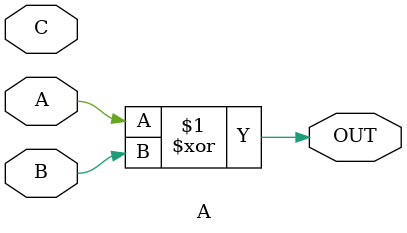
<source format=v>
module A(A, B, C, OUT);
input A, B, C;
output OUT;

xor #(2,3) (OUT, A, B);

endmodule

</source>
